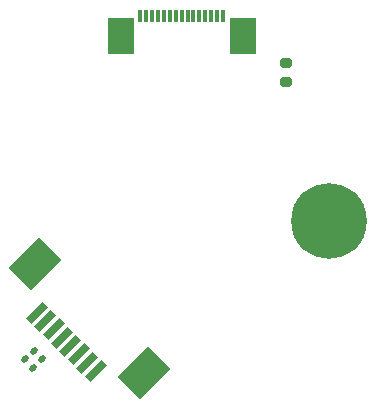
<source format=gbr>
%TF.GenerationSoftware,KiCad,Pcbnew,(6.0.4)*%
%TF.CreationDate,2022-07-20T18:17:01+08:00*%
%TF.ProjectId,SmartKnob_Screen,536d6172-744b-46e6-9f62-5f5363726565,rev?*%
%TF.SameCoordinates,Original*%
%TF.FileFunction,Soldermask,Bot*%
%TF.FilePolarity,Negative*%
%FSLAX46Y46*%
G04 Gerber Fmt 4.6, Leading zero omitted, Abs format (unit mm)*
G04 Created by KiCad (PCBNEW (6.0.4)) date 2022-07-20 18:17:01*
%MOMM*%
%LPD*%
G01*
G04 APERTURE LIST*
G04 Aperture macros list*
%AMRoundRect*
0 Rectangle with rounded corners*
0 $1 Rounding radius*
0 $2 $3 $4 $5 $6 $7 $8 $9 X,Y pos of 4 corners*
0 Add a 4 corners polygon primitive as box body*
4,1,4,$2,$3,$4,$5,$6,$7,$8,$9,$2,$3,0*
0 Add four circle primitives for the rounded corners*
1,1,$1+$1,$2,$3*
1,1,$1+$1,$4,$5*
1,1,$1+$1,$6,$7*
1,1,$1+$1,$8,$9*
0 Add four rect primitives between the rounded corners*
20,1,$1+$1,$2,$3,$4,$5,0*
20,1,$1+$1,$4,$5,$6,$7,0*
20,1,$1+$1,$6,$7,$8,$9,0*
20,1,$1+$1,$8,$9,$2,$3,0*%
%AMRotRect*
0 Rectangle, with rotation*
0 The origin of the aperture is its center*
0 $1 length*
0 $2 width*
0 $3 Rotation angle, in degrees counterclockwise*
0 Add horizontal line*
21,1,$1,$2,0,0,$3*%
G04 Aperture macros list end*
%ADD10C,0.800000*%
%ADD11C,6.400000*%
%ADD12RoundRect,0.200000X-0.275000X0.200000X-0.275000X-0.200000X0.275000X-0.200000X0.275000X0.200000X0*%
%ADD13RoundRect,0.140000X0.219203X0.021213X0.021213X0.219203X-0.219203X-0.021213X-0.021213X-0.219203X0*%
%ADD14R,0.300000X1.100000*%
%ADD15R,2.300000X3.100000*%
%ADD16RotRect,0.610000X2.000000X315.000000*%
%ADD17RotRect,2.680000X3.600000X315.000000*%
G04 APERTURE END LIST*
D10*
%TO.C,H7*%
X205469747Y-73837616D03*
X207166803Y-69740560D03*
X203069747Y-71437616D03*
X203772691Y-73134672D03*
X205469747Y-69037616D03*
X203772691Y-69740560D03*
X207166803Y-73134672D03*
X207869747Y-71437616D03*
D11*
X205469747Y-71437616D03*
%TD*%
D12*
%TO.C,R22*%
X201819747Y-58082616D03*
X201819747Y-59732616D03*
%TD*%
D13*
%TO.C,C16*%
X181154064Y-83177027D03*
X180475242Y-82498205D03*
%TD*%
D14*
%TO.C,U5*%
X196509747Y-54092616D03*
X196009747Y-54092616D03*
X195509747Y-54092616D03*
X195009747Y-54092616D03*
X194509747Y-54092616D03*
X194009747Y-54092616D03*
X193509747Y-54092616D03*
X193009747Y-54092616D03*
X192509747Y-54092616D03*
X192009747Y-54092616D03*
X191509747Y-54092616D03*
X191009747Y-54092616D03*
X190509747Y-54092616D03*
X190009747Y-54092616D03*
X189509747Y-54092616D03*
D15*
X198179747Y-55792616D03*
X187839747Y-55792616D03*
%TD*%
D13*
%TO.C,C14*%
X180454064Y-83877027D03*
X179775242Y-83198205D03*
%TD*%
D16*
%TO.C,J8*%
X180766987Y-79235534D03*
X181474094Y-79942641D03*
X182181201Y-80649748D03*
X182888307Y-81356855D03*
X183595414Y-82063962D03*
X184302521Y-82771068D03*
X185009628Y-83478175D03*
X185716735Y-84185282D03*
D17*
X189810883Y-84319632D03*
X180632637Y-75141386D03*
%TD*%
M02*

</source>
